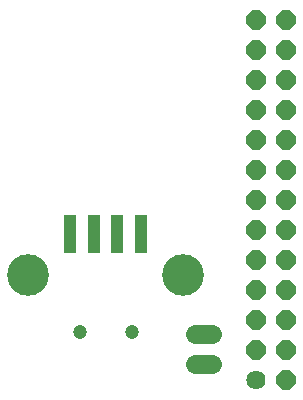
<source format=gbs>
G75*
G70*
%OFA0B0*%
%FSLAX24Y24*%
%IPPOS*%
%LPD*%
%AMOC8*
5,1,8,0,0,1.08239X$1,22.5*
%
%ADD10C,0.0640*%
%ADD11OC8,0.0640*%
%ADD12C,0.0640*%
%ADD13C,0.0474*%
%ADD14R,0.0434X0.1261*%
%ADD15C,0.1390*%
D10*
X008580Y000730D03*
D11*
X008580Y001730D03*
X008580Y002730D03*
X008580Y003730D03*
X008580Y004730D03*
X008580Y005730D03*
X008580Y006730D03*
X008580Y007730D03*
X008580Y008730D03*
X008580Y009730D03*
X008580Y010730D03*
X008580Y011730D03*
X008580Y012730D03*
X009580Y012730D03*
X009580Y011730D03*
X009580Y010730D03*
X009580Y009730D03*
X009580Y008730D03*
X009580Y007730D03*
X009580Y006730D03*
X009580Y005730D03*
X009580Y004730D03*
X009580Y003730D03*
X009580Y002730D03*
X009580Y001730D03*
X009580Y000730D03*
D12*
X007135Y001280D02*
X006575Y001280D01*
X006575Y002280D02*
X007135Y002280D01*
D13*
X002714Y002349D03*
X004446Y002349D03*
D14*
X004761Y005588D03*
X003974Y005588D03*
X003186Y005588D03*
X002399Y005588D03*
D15*
X000995Y004230D03*
X006165Y004230D03*
M02*

</source>
